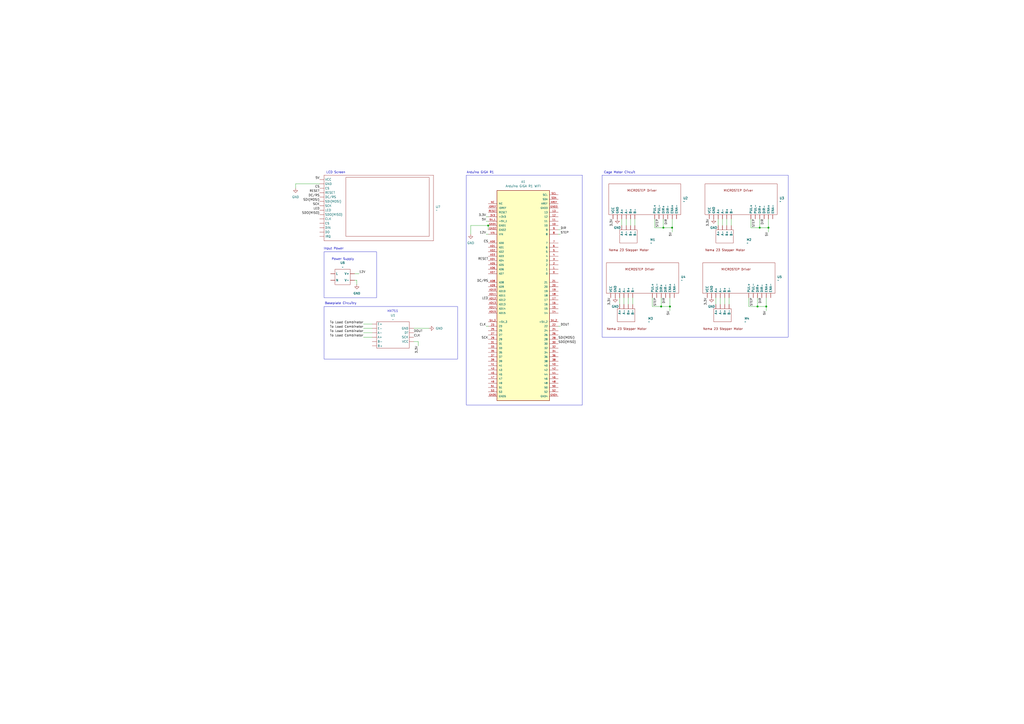
<source format=kicad_sch>
(kicad_sch (version 20250114) (generator "eeschema") (generator_version "9.0")
  (paper "A2")
  (lib_symbols
    (symbol "12V Power Supply:12V_Power_Supply"
      (property "Reference" "U" (at 0 3.81 0))
      (symbol "12V_Power_Supply_0_1"
        (rectangle (start -3.81 2.54) (end 5.08 -6.35))
      )
      (symbol "12V_Power_Supply_1_1"
        (pin input line (at -6.35 0 0) (length 2.54) (name "L") (number ""))
        (pin input line (at -6.35 -3.81 0) (length 2.54) (name "N") (number ""))
        (pin input line (at 7.62 0 180) (length 2.54) (name "V+") (number ""))
        (pin input line (at 7.62 -3.81 180) (length 2.54) (name "V-") (number ""))
      )
    )
    (symbol "12V Power Supply:HX711"
      (property "Reference" "U" (at -1.27 8.89 0))
      (symbol "HX711_0_1"
        (rectangle (start -8.89 7.62) (end 10.16 -7.62))
      )
      (symbol "HX711_1_1"
        (pin input line (at -11.43 6.35 0) (length 2.54) (name "E+") (number ""))
        (pin input line (at -11.43 3.81 0) (length 2.54) (name "E-") (number ""))
        (pin input line (at -11.43 1.27 0) (length 2.54) (name "A-") (number ""))
        (pin input line (at -11.43 -1.27 0) (length 2.54) (name "A+") (number ""))
        (pin input line (at -11.43 -3.81 0) (length 2.54) (name "B-") (number ""))
        (pin input line (at -11.43 -6.35 0) (length 2.54) (name "B+") (number ""))
        (pin input line (at 12.7 3.81 180) (length 2.54) (name "GND") (number ""))
        (pin input line (at 12.7 1.27 180) (length 2.54) (name "DT") (number ""))
        (pin input line (at 12.7 -1.27 180) (length 2.54) (name "SCK") (number ""))
        (pin input line (at 12.7 -3.81 180) (length 2.54) (name "VCC") (number ""))
      )
    )
    (symbol "12V Power Supply:LCD_Screen"
      (property "Reference" "U" (at 0 11.938 0))
      (symbol "LCD_Screen_0_1"
        (rectangle (start -31.75 10.16) (end 31.75 -27.94))
        (rectangle (start -19.05 8.89) (end 29.21 -25.4))
      )
      (symbol "LCD_Screen_1_1"
        (pin input line (at -34.29 7.62 0) (length 2.54) (name "VCC") (number ""))
        (pin input line (at -34.29 5.08 0) (length 2.54) (name "GND") (number ""))
        (pin input line (at -34.29 2.54 0) (length 2.54) (name "CS") (number ""))
        (pin input line (at -34.29 0 0) (length 2.54) (name "RESET") (number ""))
        (pin input line (at -34.29 -2.54 0) (length 2.54) (name "DC/RS") (number ""))
        (pin input line (at -34.29 -5.08 0) (length 2.54) (name "SDI(MOSI)") (number ""))
        (pin input line (at -34.29 -7.62 0) (length 2.54) (name "SCK") (number ""))
        (pin input line (at -34.29 -10.16 0) (length 2.54) (name "LED") (number ""))
        (pin input line (at -34.29 -12.7 0) (length 2.54) (name "SDO(MISO)") (number ""))
        (pin input line (at -34.29 -15.24 0) (length 2.54) (name "CLK") (number ""))
        (pin input line (at -34.29 -17.78 0) (length 2.54) (name "CS") (number ""))
        (pin input line (at -34.29 -20.32 0) (length 2.54) (name "DIN") (number ""))
        (pin input line (at -34.29 -22.86 0) (length 2.54) (name "DO") (number ""))
        (pin input line (at -34.29 -25.4 0) (length 2.54) (name "IRQ") (number ""))
      )
    )
    (symbol "12V Power Supply:Motor"
      (property "Reference" "M" (at 0 -8.89 0))
      (symbol "Motor_0_1"
        (rectangle (start -5.08 0) (end 5.08 -7.62))
      )
      (symbol "Motor_1_1"
        (text "Nema 23 Stepper Motor\n" (at 0.254 -11.684 0) (effects (font (size 1.27 1.27))))
        (pin input line (at -3.81 2.54 270) (length 2.54) (name "A+") (number ""))
        (pin input line (at -1.27 2.54 270) (length 2.54) (name "A-") (number ""))
        (pin input line (at 1.27 2.54 270) (length 2.54) (name "B+") (number ""))
        (pin input line (at 3.81 2.54 270) (length 2.54) (name "B-") (number ""))
      )
    )
    (symbol "A000067:A000067" (pin_names (offset 1.016))
      (property "Reference" "A" (at -15.24 61.595 0))
      (property "Value" "A000067" (at -15.24 -63.5 0))
      (symbol "A000067_0_0"
        (rectangle (start -15.24 -60.96) (end 15.24 60.96) (stroke (width 0.254)) (fill (type background)))
        (pin passive line (at -20.32 53.34 0) (length 5.08) (name "NC") (number "NC"))
        (pin passive line (at -20.32 50.8 0) (length 5.08) (name "IOREF") (number "IOREF"))
        (pin passive line (at -20.32 48.26 0) (length 5.08) (name "RESET") (number "RESET"))
        (pin passive line (at -20.32 45.72 0) (length 5.08) (name "+3V3") (number "3V3"))
        (pin passive line (at -20.32 43.18 0) (length 5.08) (name "+5V_1") (number "5V_1"))
        (pin passive line (at -20.32 40.64 0) (length 5.08) (name "GND1") (number "GND1"))
        (pin passive line (at -20.32 38.1 0) (length 5.08) (name "GND2") (number "GND2"))
        (pin passive line (at -20.32 35.56 0) (length 5.08) (name "VIN") (number "VIN"))
        (pin passive line (at -20.32 30.48 0) (length 5.08) (name "AD0") (number "AD0"))
        (pin passive line (at -20.32 27.94 0) (length 5.08) (name "AD1") (number "AD1"))
        (pin passive line (at -20.32 25.4 0) (length 5.08) (name "AD2") (number "AD2"))
        (pin passive line (at -20.32 22.86 0) (length 5.08) (name "AD3") (number "AD3"))
        (pin passive line (at -20.32 20.32 0) (length 5.08) (name "AD4") (number "AD4"))
        (pin passive line (at -20.32 17.78 0) (length 5.08) (name "AD5") (number "AD5"))
        (pin passive line (at -20.32 15.24 0) (length 5.08) (name "AD6") (number "AD6"))
        (pin passive line (at -20.32 12.7 0) (length 5.08) (name "AD7") (number "AD7"))
        (pin passive line (at -20.32 7.62 0) (length 5.08) (name "AD8") (number "AD8"))
        (pin passive line (at -20.32 5.08 0) (length 5.08) (name "AD9") (number "AD9"))
        (pin passive line (at -20.32 2.54 0) (length 5.08) (name "AD10") (number "AD10"))
        (pin passive line (at -20.32 0 0) (length 5.08) (name "AD11") (number "AD11"))
        (pin passive line (at -20.32 -2.54 0) (length 5.08) (name "AD12") (number "AD12"))
        (pin passive line (at -20.32 -5.08 0) (length 5.08) (name "AD13") (number "AD13"))
        (pin passive line (at -20.32 -7.62 0) (length 5.08) (name "AD14") (number "AD14"))
        (pin passive line (at -20.32 -10.16 0) (length 5.08) (name "AD15") (number "AD15"))
        (pin passive line (at -20.32 -15.24 0) (length 5.08) (name "+5V_3") (number "5V_3"))
        (pin passive line (at -20.32 -17.78 0) (length 5.08) (name "23") (number "23"))
        (pin passive line (at -20.32 -20.32 0) (length 5.08) (name "25") (number "25"))
        (pin passive line (at -20.32 -22.86 0) (length 5.08) (name "27") (number "27"))
        (pin passive line (at -20.32 -25.4 0) (length 5.08) (name "29") (number "29"))
        (pin passive line (at -20.32 -27.94 0) (length 5.08) (name "31") (number "31"))
        (pin passive line (at -20.32 -30.48 0) (length 5.08) (name "33") (number "33"))
        (pin passive line (at -20.32 -33.02 0) (length 5.08) (name "35") (number "35"))
        (pin passive line (at -20.32 -35.56 0) (length 5.08) (name "37") (number "37"))
        (pin passive line (at -20.32 -38.1 0) (length 5.08) (name "39") (number "39"))
        (pin passive line (at -20.32 -40.64 0) (length 5.08) (name "41") (number "41"))
        (pin passive line (at -20.32 -43.18 0) (length 5.08) (name "43") (number "43"))
        (pin passive line (at -20.32 -45.72 0) (length 5.08) (name "45") (number "45"))
        (pin passive line (at -20.32 -48.26 0) (length 5.08) (name "47") (number "47"))
        (pin passive line (at -20.32 -50.8 0) (length 5.08) (name "49") (number "49"))
        (pin passive line (at -20.32 -53.34 0) (length 5.08) (name "51") (number "51"))
        (pin passive line (at -20.32 -55.88 0) (length 5.08) (name "53") (number "53"))
        (pin passive line (at -20.32 -58.42 0) (length 5.08) (name "GND5") (number "GND5"))
        (pin passive line (at 20.32 58.42 180) (length 5.08) (name "SCL") (number "SCL"))
        (pin passive line (at 20.32 55.88 180) (length 5.08) (name "SDA") (number "SDA"))
        (pin passive line (at 20.32 53.34 180) (length 5.08) (name "AREF") (number "AREF"))
        (pin passive line (at 20.32 50.8 180) (length 5.08) (name "GND3") (number "GND3"))
        (pin passive line (at 20.32 48.26 180) (length 5.08) (name "13") (number "13"))
        (pin passive line (at 20.32 45.72 180) (length 5.08) (name "12") (number "12"))
        (pin passive line (at 20.32 43.18 180) (length 5.08) (name "11") (number "11"))
        (pin passive line (at 20.32 40.64 180) (length 5.08) (name "10") (number "10"))
        (pin passive line (at 20.32 38.1 180) (length 5.08) (name "9") (number "9"))
        (pin passive line (at 20.32 35.56 180) (length 5.08) (name "8") (number "8"))
        (pin passive line (at 20.32 30.48 180) (length 5.08) (name "7") (number "7"))
        (pin passive line (at 20.32 27.94 180) (length 5.08) (name "6") (number "6"))
        (pin passive line (at 20.32 25.4 180) (length 5.08) (name "5") (number "5"))
        (pin passive line (at 20.32 22.86 180) (length 5.08) (name "4") (number "4"))
        (pin passive line (at 20.32 20.32 180) (length 5.08) (name "3") (number "3"))
        (pin passive line (at 20.32 17.78 180) (length 5.08) (name "2") (number "2"))
        (pin passive line (at 20.32 15.24 180) (length 5.08) (name "1") (number "1"))
        (pin passive line (at 20.32 12.7 180) (length 5.08) (name "0") (number "0"))
        (pin passive line (at 20.32 7.62 180) (length 5.08) (name "21") (number "21"))
        (pin passive line (at 20.32 5.08 180) (length 5.08) (name "20") (number "20"))
        (pin passive line (at 20.32 2.54 180) (length 5.08) (name "19") (number "19"))
        (pin passive line (at 20.32 0 180) (length 5.08) (name "18") (number "18"))
        (pin passive line (at 20.32 -2.54 180) (length 5.08) (name "17") (number "17"))
        (pin passive line (at 20.32 -5.08 180) (length 5.08) (name "16") (number "16"))
        (pin passive line (at 20.32 -7.62 180) (length 5.08) (name "15") (number "15"))
        (pin passive line (at 20.32 -10.16 180) (length 5.08) (name "14") (number "14"))
        (pin passive line (at 20.32 -15.24 180) (length 5.08) (name "+5V_2") (number "5V_2"))
        (pin passive line (at 20.32 -17.78 180) (length 5.08) (name "22") (number "22"))
        (pin passive line (at 20.32 -20.32 180) (length 5.08) (name "24") (number "24"))
        (pin passive line (at 20.32 -22.86 180) (length 5.08) (name "26") (number "26"))
        (pin passive line (at 20.32 -25.4 180) (length 5.08) (name "28") (number "28"))
        (pin passive line (at 20.32 -27.94 180) (length 5.08) (name "30") (number "30"))
        (pin passive line (at 20.32 -30.48 180) (length 5.08) (name "32") (number "32"))
        (pin passive line (at 20.32 -33.02 180) (length 5.08) (name "34") (number "34"))
        (pin passive line (at 20.32 -35.56 180) (length 5.08) (name "36") (number "36"))
        (pin passive line (at 20.32 -38.1 180) (length 5.08) (name "38") (number "38"))
        (pin passive line (at 20.32 -40.64 180) (length 5.08) (name "40") (number "40"))
        (pin passive line (at 20.32 -43.18 180) (length 5.08) (name "42") (number "42"))
        (pin passive line (at 20.32 -45.72 180) (length 5.08) (name "44") (number "44"))
        (pin passive line (at 20.32 -48.26 180) (length 5.08) (name "46") (number "46"))
        (pin passive line (at 20.32 -50.8 180) (length 5.08) (name "48") (number "48"))
        (pin passive line (at 20.32 -53.34 180) (length 5.08) (name "50") (number "50"))
        (pin passive line (at 20.32 -55.88 180) (length 5.08) (name "52") (number "52"))
        (pin passive line (at 20.32 -58.42 180) (length 5.08) (name "GND4") (number "GND4"))
      )
    )
    (symbol "Motor_1"
      (property "Reference" "M" (at 0 -8.89 0))
      (symbol "Motor_1_0_1"
        (rectangle (start -5.08 0) (end 5.08 -7.62))
      )
      (symbol "Motor_1_1_1"
        (text "Nema 23 Stepper Motor\n" (at 0.254 -11.684 0) (effects (font (size 1.27 1.27))))
        (pin input line (at -3.81 2.54 270) (length 2.54) (name "A+") (number ""))
        (pin input line (at -1.27 2.54 270) (length 2.54) (name "A-") (number ""))
        (pin input line (at 1.27 2.54 270) (length 2.54) (name "B+") (number ""))
        (pin input line (at 3.81 2.54 270) (length 2.54) (name "B-") (number ""))
      )
    )
    (symbol "Motor_2"
      (property "Reference" "M" (at 0 -8.89 0))
      (symbol "Motor_2_0_1"
        (rectangle (start -5.08 0) (end 5.08 -7.62))
      )
      (symbol "Motor_2_1_1"
        (text "Nema 23 Stepper Motor\n" (at 0.254 -11.684 0) (effects (font (size 1.27 1.27))))
        (pin input line (at -3.81 2.54 270) (length 2.54) (name "A+") (number ""))
        (pin input line (at -1.27 2.54 270) (length 2.54) (name "A-") (number ""))
        (pin input line (at 1.27 2.54 270) (length 2.54) (name "B+") (number ""))
        (pin input line (at 3.81 2.54 270) (length 2.54) (name "B-") (number ""))
      )
    )
    (symbol "Motor_3"
      (property "Reference" "M" (at 0 -8.89 0))
      (symbol "Motor_3_0_1"
        (rectangle (start -5.08 0) (end 5.08 -7.62))
      )
      (symbol "Motor_3_1_1"
        (text "Nema 23 Stepper Motor\n" (at 0.254 -11.684 0) (effects (font (size 1.27 1.27))))
        (pin input line (at -3.81 2.54 270) (length 2.54) (name "A+") (number ""))
        (pin input line (at -1.27 2.54 270) (length 2.54) (name "A-") (number ""))
        (pin input line (at 1.27 2.54 270) (length 2.54) (name "B+") (number ""))
        (pin input line (at 3.81 2.54 270) (length 2.54) (name "B-") (number ""))
      )
    )
    (symbol "TB6600:TB6600"
      (property "Reference" "U" (at 0 0 0))
      (symbol "TB6600_0_1"
        (rectangle (start -21.59 12.7) (end 20.32 -5.08))
      )
      (symbol "TB6600_1_1"
        (text "MICROSTEP Driver\n" (at -2.286 8.89 0) (effects (font (size 1.27 1.27))))
        (pin input line (at -19.05 -7.62 90) (length 2.54) (name "VCC") (number ""))
        (pin input line (at -16.51 -7.62 90) (length 2.54) (name "GND") (number ""))
        (pin input line (at -13.97 -7.62 90) (length 2.54) (name "A+") (number ""))
        (pin input line (at -11.43 -7.62 90) (length 2.54) (name "A-") (number ""))
        (pin input line (at -8.89 -7.62 90) (length 2.54) (name "B+") (number ""))
        (pin input line (at -6.35 -7.62 90) (length 2.54) (name "B-") (number ""))
        (pin input line (at 5.08 -7.62 90) (length 2.54) (name "PUL+") (number ""))
        (pin input line (at 7.62 -7.62 90) (length 2.54) (name "PUL-") (number ""))
        (pin input line (at 10.16 -7.62 90) (length 2.54) (name "DIR+") (number ""))
        (pin input line (at 12.7 -7.62 90) (length 2.54) (name "DIR-") (number ""))
        (pin input line (at 15.24 -7.62 90) (length 2.54) (name "ENA+") (number ""))
        (pin input line (at 17.78 -7.62 90) (length 2.54) (name "ENA-") (number ""))
      )
    )
    (symbol "TB6600_1"
      (property "Reference" "U" (at 0 0 0))
      (symbol "TB6600_1_0_1"
        (rectangle (start -21.59 12.7) (end 20.32 -5.08))
      )
      (symbol "TB6600_1_1_1"
        (text "MICROSTEP Driver\n" (at -2.286 8.89 0) (effects (font (size 1.27 1.27))))
        (pin input line (at -19.05 -7.62 90) (length 2.54) (name "VCC") (number ""))
        (pin input line (at -16.51 -7.62 90) (length 2.54) (name "GND") (number ""))
        (pin input line (at -13.97 -7.62 90) (length 2.54) (name "A+") (number ""))
        (pin input line (at -11.43 -7.62 90) (length 2.54) (name "A-") (number ""))
        (pin input line (at -8.89 -7.62 90) (length 2.54) (name "B+") (number ""))
        (pin input line (at -6.35 -7.62 90) (length 2.54) (name "B-") (number ""))
        (pin input line (at 5.08 -7.62 90) (length 2.54) (name "PUL+") (number ""))
        (pin input line (at 7.62 -7.62 90) (length 2.54) (name "PUL-") (number ""))
        (pin input line (at 10.16 -7.62 90) (length 2.54) (name "DIR+") (number ""))
        (pin input line (at 12.7 -7.62 90) (length 2.54) (name "DIR-") (number ""))
        (pin input line (at 15.24 -7.62 90) (length 2.54) (name "ENA+") (number ""))
        (pin input line (at 17.78 -7.62 90) (length 2.54) (name "ENA-") (number ""))
      )
    )
    (symbol "TB6600_2"
      (property "Reference" "U" (at 0 0 0))
      (symbol "TB6600_2_0_1"
        (rectangle (start -21.59 12.7) (end 20.32 -5.08))
      )
      (symbol "TB6600_2_1_1"
        (text "MICROSTEP Driver\n" (at -2.286 8.89 0) (effects (font (size 1.27 1.27))))
        (pin input line (at -19.05 -7.62 90) (length 2.54) (name "VCC") (number ""))
        (pin input line (at -16.51 -7.62 90) (length 2.54) (name "GND") (number ""))
        (pin input line (at -13.97 -7.62 90) (length 2.54) (name "A+") (number ""))
        (pin input line (at -11.43 -7.62 90) (length 2.54) (name "A-") (number ""))
        (pin input line (at -8.89 -7.62 90) (length 2.54) (name "B+") (number ""))
        (pin input line (at -6.35 -7.62 90) (length 2.54) (name "B-") (number ""))
        (pin input line (at 5.08 -7.62 90) (length 2.54) (name "PUL+") (number ""))
        (pin input line (at 7.62 -7.62 90) (length 2.54) (name "PUL-") (number ""))
        (pin input line (at 10.16 -7.62 90) (length 2.54) (name "DIR+") (number ""))
        (pin input line (at 12.7 -7.62 90) (length 2.54) (name "DIR-") (number ""))
        (pin input line (at 15.24 -7.62 90) (length 2.54) (name "ENA+") (number ""))
        (pin input line (at 17.78 -7.62 90) (length 2.54) (name "ENA-") (number ""))
      )
    )
    (symbol "TB6600_3"
      (property "Reference" "U" (at 0 0 0))
      (symbol "TB6600_3_0_1"
        (rectangle (start -21.59 12.7) (end 20.32 -5.08))
      )
      (symbol "TB6600_3_1_1"
        (text "MICROSTEP Driver\n" (at -2.286 8.89 0) (effects (font (size 1.27 1.27))))
        (pin input line (at -19.05 -7.62 90) (length 2.54) (name "VCC") (number ""))
        (pin input line (at -16.51 -7.62 90) (length 2.54) (name "GND") (number ""))
        (pin input line (at -13.97 -7.62 90) (length 2.54) (name "A+") (number ""))
        (pin input line (at -11.43 -7.62 90) (length 2.54) (name "A-") (number ""))
        (pin input line (at -8.89 -7.62 90) (length 2.54) (name "B+") (number ""))
        (pin input line (at -6.35 -7.62 90) (length 2.54) (name "B-") (number ""))
        (pin input line (at 5.08 -7.62 90) (length 2.54) (name "PUL+") (number ""))
        (pin input line (at 7.62 -7.62 90) (length 2.54) (name "PUL-") (number ""))
        (pin input line (at 10.16 -7.62 90) (length 2.54) (name "DIR+") (number ""))
        (pin input line (at 12.7 -7.62 90) (length 2.54) (name "DIR-") (number ""))
        (pin input line (at 15.24 -7.62 90) (length 2.54) (name "ENA+") (number ""))
        (pin input line (at 17.78 -7.62 90) (length 2.54) (name "ENA-") (number ""))
      )
    )
    (symbol "power:GND" (power) (pin_numbers (hide yes)) (pin_names (offset 0) (hide yes))
      (property "Value" "GND" (at 0 -3.81 0))
      (symbol "GND_0_1"
        (polyline (pts (xy 0 0) (xy 0 -1.27) (xy 1.27 -1.27) (xy 0 -2.54) (xy -1.27 -1.27) (xy 0 -1.27)))
      )
      (symbol "GND_1_1"
        (pin power_in line (at 0 0 270) (length 0) (name "~") (number "1"))
      )
    )
  )
  (rectangle (start 270.51 101.6) (end 337.82 234.95))
  (rectangle (start 187.96 177.8) (end 265.43 208.28))
  (rectangle (start 187.96 146.05) (end 218.44 172.72))
  (rectangle (start 349.25 101.6) (end 457.2 195.58))
  (text "Baseplate Circuitry\n" (at 197.612 176.022 0) (effects (font (size 1.27 1.27))))
  (text "Cage Motor Circuit" (at 359.41 100.076 0) (effects (font (size 1.27 1.27))))
  (text "Input Power" (at 193.548 144.272 0) (effects (font (size 1.27 1.27))))
  (text "HX711" (at 227.838 180.594 0) (effects (font (size 1.27 1.27))))
  (text "Arduino GIGA R1" (at 278.638 100.076 0) (effects (font (size 1.27 1.27))))
  (text "LCD Screen" (at 194.818 100.076 0) (effects (font (size 1.27 1.27))))
  (text "Power Supply" (at 198.882 150.368 0) (effects (font (size 1.27 1.27))))
  (junction (at 445.77 132.08))
  (junction (at 388.62 177.8))
  (junction (at 283.21 130.81))
  (junction (at 389.89 132.08))
  (junction (at 384.81 132.08))
  (junction (at 440.69 132.08))
  (junction (at 444.5 177.8))
  (junction (at 439.42 177.8))
  (junction (at 383.54 177.8))
  (wire (pts (xy 242.57 200.66) (xy 242.57 198.12)))
  (wire (pts (xy 435.61 132.08) (xy 440.69 132.08)))
  (wire (pts (xy 420.37 172.72) (xy 420.37 176.53)))
  (wire (pts (xy 359.41 172.72) (xy 359.41 176.53)))
  (wire (pts (xy 210.82 187.96) (xy 215.9 187.96)))
  (wire (pts (xy 383.54 177.8) (xy 383.54 172.72)))
  (wire (pts (xy 417.83 172.72) (xy 417.83 176.53)))
  (wire (pts (xy 365.76 127) (xy 365.76 130.81)))
  (wire (pts (xy 325.12 133.35) (xy 323.85 133.35)))
  (wire (pts (xy 364.49 172.72) (xy 364.49 176.53)))
  (wire (pts (xy 384.81 132.08) (xy 384.81 127)))
  (wire (pts (xy 273.05 130.81) (xy 283.21 130.81)))
  (wire (pts (xy 444.5 172.72) (xy 444.5 177.8)))
  (wire (pts (xy 389.89 127) (xy 389.89 132.08)))
  (wire (pts (xy 439.42 177.8) (xy 439.42 172.72)))
  (wire (pts (xy 378.46 177.8) (xy 383.54 177.8)))
  (wire (pts (xy 248.92 190.5) (xy 240.03 190.5)))
  (wire (pts (xy 281.94 128.27) (xy 283.21 128.27)))
  (wire (pts (xy 379.73 132.08) (xy 384.81 132.08)))
  (wire (pts (xy 325.12 189.23) (xy 323.85 189.23)))
  (wire (pts (xy 422.91 172.72) (xy 422.91 176.53)))
  (wire (pts (xy 434.34 177.8) (xy 439.42 177.8)))
  (wire (pts (xy 360.68 127) (xy 360.68 130.81)))
  (wire (pts (xy 444.5 177.8) (xy 439.42 177.8)))
  (wire (pts (xy 208.28 158.75) (xy 205.74 158.75)))
  (wire (pts (xy 444.5 177.8) (xy 444.5 180.34)))
  (wire (pts (xy 416.56 127) (xy 416.56 130.81)))
  (wire (pts (xy 388.62 177.8) (xy 383.54 177.8)))
  (wire (pts (xy 389.89 132.08) (xy 389.89 134.62)))
  (wire (pts (xy 388.62 177.8) (xy 388.62 180.34)))
  (wire (pts (xy 283.21 130.81) (xy 283.21 133.35)))
  (wire (pts (xy 368.3 127) (xy 368.3 130.81)))
  (wire (pts (xy 242.57 198.12) (xy 240.03 198.12)))
  (wire (pts (xy 325.12 135.89) (xy 323.85 135.89)))
  (wire (pts (xy 424.18 127) (xy 424.18 130.81)))
  (wire (pts (xy 440.69 127) (xy 440.69 132.08)))
  (wire (pts (xy 281.94 135.89) (xy 283.21 135.89)))
  (wire (pts (xy 445.77 134.62) (xy 445.77 132.08)))
  (wire (pts (xy 389.89 132.08) (xy 384.81 132.08)))
  (wire (pts (xy 435.61 127) (xy 435.61 132.08)))
  (wire (pts (xy 388.62 172.72) (xy 388.62 177.8)))
  (wire (pts (xy 210.82 190.5) (xy 215.9 190.5)))
  (wire (pts (xy 434.34 172.72) (xy 434.34 177.8)))
  (wire (pts (xy 171.45 109.22) (xy 171.45 106.68)))
  (wire (pts (xy 361.95 172.72) (xy 361.95 176.53)))
  (wire (pts (xy 421.64 127) (xy 421.64 130.81)))
  (wire (pts (xy 281.94 189.23) (xy 283.21 189.23)))
  (wire (pts (xy 205.74 162.56) (xy 207.01 162.56)))
  (wire (pts (xy 367.03 172.72) (xy 367.03 176.53)))
  (wire (pts (xy 379.73 127) (xy 379.73 132.08)))
  (wire (pts (xy 207.01 162.56) (xy 207.01 165.1)))
  (wire (pts (xy 171.45 106.68) (xy 185.42 106.68)))
  (wire (pts (xy 445.77 127) (xy 445.77 132.08)))
  (wire (pts (xy 210.82 195.58) (xy 215.9 195.58)))
  (wire (pts (xy 363.22 127) (xy 363.22 130.81)))
  (wire (pts (xy 210.82 193.04) (xy 215.9 193.04)))
  (wire (pts (xy 273.05 135.89) (xy 273.05 130.81)))
  (wire (pts (xy 419.1 127) (xy 419.1 130.81)))
  (wire (pts (xy 281.94 125.73) (xy 283.21 125.73)))
  (wire (pts (xy 440.69 132.08) (xy 445.77 132.08)))
  (wire (pts (xy 378.46 172.72) (xy 378.46 177.8)))
  (wire (pts (xy 415.29 172.72) (xy 415.29 176.53)))
  (label "SCK" (at 185.42 119.38 180))
  (label "DIR" (at 387.35 127 270))
  (label "RESET" (at 283.21 151.13 180))
  (label "3.3V" (at 410.21 172.72 270))
  (label "12V" (at 208.28 158.75 0))
  (label "5V" (at 389.89 134.62 270))
  (label "SDI(MOSI)" (at 185.42 116.84 180))
  (label "STEP" (at 325.12 135.89 0))
  (label "DIR" (at 325.12 133.35 0))
  (label "5V" (at 444.5 180.34 270))
  (label "SCK" (at 283.21 196.85 180))
  (label "DIR" (at 443.23 127 270))
  (label "CS" (at 283.21 140.97 180))
  (label "5V" (at 445.77 134.62 270))
  (label "To Load Combinator" (at 210.82 190.5 180))
  (label "3.3V" (at 242.57 200.66 270))
  (label "DC{slash}RS" (at 283.21 163.83 180))
  (label "To Load Combinator" (at 210.82 187.96 180))
  (label "DIR" (at 386.08 172.72 270))
  (label "5V" (at 185.42 104.14 180))
  (label "SDO(MISO)" (at 185.42 124.46 180))
  (label "12V" (at 281.94 135.89 180))
  (label "LED" (at 185.42 121.92 180))
  (label "STEP" (at 436.88 172.72 270))
  (label "DOUT" (at 325.12 189.23 0))
  (label "STEP" (at 438.15 127 270))
  (label "DIR" (at 441.96 172.72 270))
  (label "STEP" (at 382.27 127 270))
  (label "To Load Combinator" (at 210.82 195.58 180))
  (label "3.3V" (at 411.48 127 270))
  (label "DC{slash}RS" (at 185.42 114.3 180))
  (label "DOUT" (at 240.03 193.04 0))
  (label "RESET" (at 185.42 111.76 180))
  (label "STEP" (at 381 172.72 270))
  (label "5V" (at 388.62 180.34 270))
  (label "5V" (at 281.94 128.27 180))
  (label "3.3V" (at 354.33 172.72 270))
  (label "CLK" (at 281.94 189.23 180))
  (label "3.3V" (at 355.6 127 270))
  (label "SDI(MOSI)" (at 323.85 196.85 0))
  (label "LED" (at 283.21 173.99 180))
  (label "3.3V" (at 281.94 125.73 180))
  (label "To Load Combinator" (at 210.82 193.04 180))
  (label "SDO(MISO)" (at 323.85 199.39 0))
  (label "CS" (at 185.42 109.22 180))
  (label "CLK" (at 240.03 195.58 0))
  (symbol (lib_name "Motor_2") (lib_id "12V Power Supply:Motor") (at 419.1 179.07 0) (unit 1)
    (property "Reference" "M4" (at 431.8 184.7877 0) (effects (justify left)))
    (property "Value" "~" (at 431.8 186.6928 0) (effects (justify left)))
  )
  (symbol (lib_id "12V Power Supply:LCD_Screen") (at 219.71 111.76 0) (unit 1)
    (property "Reference" "U7" (at 252.73 120.0149 0) (effects (justify left)))
    (property "Value" "~" (at 252.73 121.92 0) (effects (justify left)))
  )
  (symbol (lib_id "power:GND") (at 414.02 127 0) (unit 1)
    (property "Reference" "#PWR02" (effects (hide yes)))
    (property "Value" "GND" (at 414.02 132.08 0))
    (property "Description" "Power symbol creates a global label with name \"GND\" , ground" (effects (hide yes)))
  )
  (symbol (lib_id "power:GND") (at 171.45 109.22 0) (unit 1)
    (property "Reference" "#PWR08" (effects (hide yes)))
    (property "Value" "GND" (at 171.45 114.3 0))
    (property "Description" "Power symbol creates a global label with name \"GND\" , ground" (effects (hide yes)))
  )
  (symbol (lib_id "TB6600:TB6600") (at 374.65 119.38 0) (unit 1)
    (property "Reference" "U2" (at 396.24 114.9349 0) (effects (justify left)))
    (property "Value" "~" (at 396.24 116.84 0) (effects (justify left)))
  )
  (symbol (lib_id "power:GND") (at 356.87 172.72 0) (unit 1)
    (property "Reference" "#PWR03" (effects (hide yes)))
    (property "Value" "GND" (at 356.87 177.8 0))
    (property "Description" "Power symbol creates a global label with name \"GND\" , ground" (effects (hide yes)))
  )
  (symbol (lib_id "power:GND") (at 358.14 127 0) (unit 1)
    (property "Reference" "#PWR01" (effects (hide yes)))
    (property "Value" "GND" (at 358.14 132.08 0))
    (property "Description" "Power symbol creates a global label with name \"GND\" , ground" (effects (hide yes)))
  )
  (symbol (lib_id "12V Power Supply:12V_Power_Supply") (at 198.12 158.75 0) (unit 1)
    (property "Reference" "U6" (at 198.755 152.4 0))
    (property "Value" "~" (at 198.755 154.94 0))
  )
  (symbol (lib_name "TB6600_1") (lib_id "TB6600:TB6600") (at 430.53 119.38 0) (unit 1)
    (property "Reference" "U3" (at 452.12 114.9349 0) (effects (justify left)))
    (property "Value" "~" (at 452.12 116.84 0) (effects (justify left)))
  )
  (symbol (lib_id "power:GND") (at 412.75 172.72 0) (unit 1)
    (property "Reference" "#PWR04" (effects (hide yes)))
    (property "Value" "GND" (at 412.75 177.8 0))
    (property "Description" "Power symbol creates a global label with name \"GND\" , ground" (effects (hide yes)))
  )
  (symbol (lib_id "12V Power Supply:Motor") (at 364.49 133.35 0) (unit 1)
    (property "Reference" "M1" (at 377.19 139.0677 0) (effects (justify left)))
    (property "Value" "~" (at 377.19 140.9728 0) (effects (justify left)))
  )
  (symbol (lib_name "TB6600_2") (lib_id "TB6600:TB6600") (at 373.38 165.1 0) (unit 1)
    (property "Reference" "U4" (at 394.97 160.6549 0) (effects (justify left)))
    (property "Value" "~" (at 394.97 162.56 0) (effects (justify left)))
  )
  (symbol (lib_name "Motor_3") (lib_id "12V Power Supply:Motor") (at 363.22 179.07 0) (unit 1)
    (property "Reference" "M3" (at 375.92 184.7877 0) (effects (justify left)))
    (property "Value" "~" (at 375.92 186.6928 0) (effects (justify left)))
  )
  (symbol (lib_id "power:GND") (at 207.01 165.1 0) (unit 1)
    (property "Reference" "#PWR06" (effects (hide yes)))
    (property "Value" "GND" (at 207.01 170.18 0))
    (property "Description" "Power symbol creates a global label with name \"GND\" , ground" (effects (hide yes)))
  )
  (symbol (lib_name "TB6600_3") (lib_id "TB6600:TB6600") (at 429.26 165.1 0) (unit 1)
    (property "Reference" "U5" (at 450.85 160.6549 0) (effects (justify left)))
    (property "Value" "~" (at 450.85 162.56 0) (effects (justify left)))
  )
  (symbol (lib_id "power:GND") (at 248.92 190.5 90) (unit 1)
    (property "Reference" "#PWR07" (effects (hide yes)))
    (property "Value" "GND" (at 252.73 190.4999 90) (effects (justify right)))
    (property "Description" "Power symbol creates a global label with name \"GND\" , ground" (effects (hide yes)))
  )
  (symbol (lib_id "A000067:A000067") (at 303.53 171.45 0) (unit 1)
    (property "Reference" "A1" (at 303.53 105.41 0))
    (property "Value" "Arduino GIGA R1 WIFI" (at 303.53 107.95 0))
    (property "Footprint" "A000067:MODULE_A000067" (effects (hide yes)))
    (property "MF" "Arduino" (effects (hide yes)))
    (property "MAXIMUM_PACKAGE_HEIGHT" "N/A" (effects (hide yes)))
    (property "Package" "Non-Standard Arduino" (effects (hide yes)))
    (property "Price" "None" (effects (hide yes)))
    (property "Check_prices" "https://www.snapeda.com/parts/A000067/Arduino/view-part/?ref=eda" (effects (hide yes)))
    (property "STANDARD" "Manufacturer Recommendations" (effects (hide yes)))
    (property "PARTREV" "3" (effects (hide yes)))
    (property "SnapEDA_Link" "https://www.snapeda.com/parts/A000067/Arduino/view-part/?ref=snap" (effects (hide yes)))
    (property "MP" "A000067" (effects (hide yes)))
    (property "Description_1" "Arduino Mega 2560 Rev3 Microcontroller Board, ATmega2560 | Arduino A000067" (effects (hide yes)))
    (property "Availability" "In Stock" (effects (hide yes)))
    (property "MANUFACTURER" "Arduino" (effects (hide yes)))
  )
  (symbol (lib_id "power:GND") (at 273.05 135.89 0) (unit 1)
    (property "Reference" "#PWR05" (effects (hide yes)))
    (property "Value" "GND" (at 273.05 140.97 0))
    (property "Description" "Power symbol creates a global label with name \"GND\" , ground" (effects (hide yes)))
  )
  (symbol (lib_name "Motor_1") (lib_id "12V Power Supply:Motor") (at 420.37 133.35 0) (unit 1)
    (property "Reference" "M2" (at 433.07 139.0677 0) (effects (justify left)))
    (property "Value" "~" (at 433.07 140.9728 0) (effects (justify left)))
  )
  (symbol (lib_id "12V Power Supply:HX711") (at 227.33 194.31 0) (unit 1)
    (property "Reference" "U1" (at 227.965 182.88 0))
    (property "Value" "~" (at 227.965 185.42 0))
  )
)
</source>
